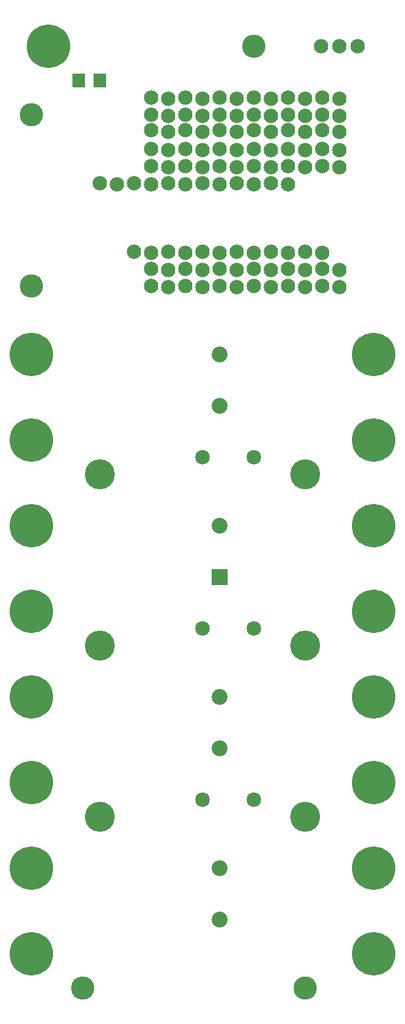
<source format=gbs>
G04 MADE WITH FRITZING*
G04 WWW.FRITZING.ORG*
G04 DOUBLE SIDED*
G04 HOLES PLATED*
G04 CONTOUR ON CENTER OF CONTOUR VECTOR*
%ASAXBY*%
%FSLAX23Y23*%
%MOIN*%
%OFA0B0*%
%SFA1.0B1.0*%
%ADD10C,0.135984*%
%ADD11C,0.175354*%
%ADD12C,0.084000*%
%ADD13C,0.085000*%
%ADD14C,0.092000*%
%ADD15C,0.254000*%
%ADD16R,0.072992X0.084803*%
%ADD17R,0.092000X0.092000*%
%ADD18C,0.030000*%
%LNMASK0*%
G90*
G70*
G54D10*
X273Y5286D03*
X1873Y186D03*
X573Y186D03*
X273Y4286D03*
X1573Y5686D03*
G54D11*
X673Y1186D03*
X1873Y1186D03*
X1873Y2186D03*
X673Y2186D03*
X673Y3186D03*
X1873Y3186D03*
G54D12*
X2073Y4278D03*
X1973Y4286D03*
X1873Y4278D03*
X1773Y4286D03*
X1673Y4278D03*
X1573Y4286D03*
X1473Y4278D03*
X1373Y4286D03*
X1273Y4278D03*
X1173Y4286D03*
X1073Y4278D03*
X973Y4286D03*
X2073Y5278D03*
X1973Y5286D03*
X1873Y5278D03*
X1773Y5286D03*
X1673Y5278D03*
X1573Y5286D03*
X1473Y5278D03*
X1373Y5286D03*
X1273Y5278D03*
X1173Y5286D03*
X1073Y5278D03*
X973Y5286D03*
X973Y5194D03*
X1073Y5186D03*
X1173Y5194D03*
X1273Y5186D03*
X1373Y5194D03*
X1473Y5186D03*
X1573Y5194D03*
X1673Y5186D03*
X1773Y5194D03*
X1873Y5186D03*
X1973Y5194D03*
X2073Y5186D03*
X2073Y5378D03*
X1973Y5386D03*
X1873Y5378D03*
X1773Y5386D03*
X1673Y5378D03*
X1573Y5386D03*
X1473Y5378D03*
X1373Y5386D03*
X1273Y5378D03*
X1173Y5386D03*
X1073Y5378D03*
X973Y5386D03*
X2073Y5078D03*
X1973Y5086D03*
X1873Y5078D03*
X1773Y5086D03*
X1673Y5078D03*
X1573Y5086D03*
X1473Y5078D03*
X1373Y5086D03*
X1273Y5078D03*
X1173Y5086D03*
X1073Y5078D03*
X973Y5086D03*
X1973Y4478D03*
X1873Y4486D03*
X1773Y4478D03*
X1673Y4486D03*
X1573Y4478D03*
X1473Y4486D03*
X1373Y4478D03*
X1273Y4486D03*
X1173Y4478D03*
X1073Y4486D03*
X973Y4478D03*
X873Y4486D03*
X2073Y4978D03*
X1973Y4986D03*
X1873Y4978D03*
X1773Y4986D03*
X1673Y4978D03*
X1573Y4986D03*
X1473Y4978D03*
X1373Y4986D03*
X1273Y4978D03*
X1173Y4986D03*
X1073Y4978D03*
X973Y4986D03*
X2073Y4378D03*
X1973Y4386D03*
X1873Y4378D03*
X1773Y4386D03*
X1673Y4378D03*
X1573Y4386D03*
X1473Y4378D03*
X1373Y4386D03*
X1273Y4378D03*
X1173Y4386D03*
X1073Y4378D03*
X973Y4386D03*
X1773Y4878D03*
X1673Y4886D03*
X1573Y4878D03*
X1473Y4886D03*
X1373Y4878D03*
X1273Y4886D03*
X1173Y4878D03*
X1073Y4886D03*
X973Y4878D03*
X873Y4886D03*
X773Y4878D03*
X673Y4886D03*
X1966Y5686D03*
X2073Y5686D03*
X2180Y5686D03*
G54D13*
X1573Y3286D03*
X1273Y3286D03*
X1273Y2286D03*
X1573Y2286D03*
X1273Y1286D03*
X1573Y1286D03*
G54D14*
X1373Y586D03*
X1373Y886D03*
G54D15*
X2273Y2386D03*
X2273Y1886D03*
X373Y5686D03*
X273Y3386D03*
X2273Y1386D03*
X273Y886D03*
X273Y2886D03*
X273Y2386D03*
X273Y3886D03*
X2273Y3386D03*
X2273Y886D03*
X2273Y2886D03*
X273Y1386D03*
X2273Y3886D03*
X273Y1886D03*
X273Y386D03*
X2273Y386D03*
G54D14*
X1373Y3586D03*
X1373Y3886D03*
X1373Y1586D03*
X1373Y1886D03*
X1373Y2586D03*
X1373Y2886D03*
G54D16*
X551Y5486D03*
X673Y5486D03*
G54D17*
X1373Y2586D03*
G54D18*
G36*
X1342Y617D02*
X1404Y617D01*
X1404Y555D01*
X1342Y555D01*
X1342Y617D01*
G37*
D02*
G36*
X1342Y3617D02*
X1404Y3617D01*
X1404Y3555D01*
X1342Y3555D01*
X1342Y3617D01*
G37*
D02*
G36*
X1342Y1617D02*
X1404Y1617D01*
X1404Y1555D01*
X1342Y1555D01*
X1342Y1617D01*
G37*
D02*
G04 End of Mask0*
M02*
</source>
